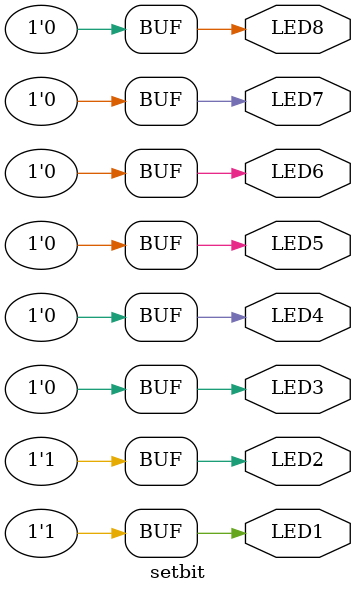
<source format=v>

module setbit(
  output LED1,
  output LED2,
  output LED3,
  output LED4,
  output LED5,
  output LED6,
  output LED7,
  output LED8
);

wire LED1;
wire LED2;
wire LED3;
wire LED4;
wire LED5;
wire LED6;
wire LED7;
wire LED8;

	//-- Implementacion: el pin deseado esta cableado a '1'
  //                   los demas estan cableados a '0'
  assign LED1 = 1;
  assign LED2 = 1;
  assign LED3 = 0;
  assign LED4 = 0;
  assign LED5 = 0;
  assign LED6 = 0;
  assign LED7 = 0;
  assign LED8 = 0;

endmodule

</source>
